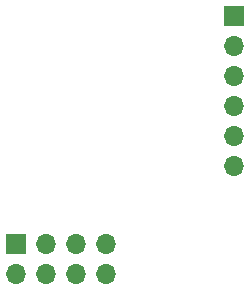
<source format=gbr>
%TF.GenerationSoftware,KiCad,Pcbnew,(6.0.7)*%
%TF.CreationDate,2022-09-08T10:14:31+02:00*%
%TF.ProjectId,esp8266_KiCAD,65737038-3236-4365-9f4b-694341442e6b,rev?*%
%TF.SameCoordinates,Original*%
%TF.FileFunction,Soldermask,Bot*%
%TF.FilePolarity,Negative*%
%FSLAX46Y46*%
G04 Gerber Fmt 4.6, Leading zero omitted, Abs format (unit mm)*
G04 Created by KiCad (PCBNEW (6.0.7)) date 2022-09-08 10:14:31*
%MOMM*%
%LPD*%
G01*
G04 APERTURE LIST*
%ADD10R,1.700000X1.700000*%
%ADD11O,1.700000X1.700000*%
G04 APERTURE END LIST*
D10*
%TO.C,U2*%
X73775000Y-50840000D03*
D11*
X76315000Y-50840000D03*
X78855000Y-50840000D03*
X81395000Y-50840000D03*
X73775000Y-53380000D03*
X76315000Y-53380000D03*
X78855000Y-53380000D03*
X81395000Y-53380000D03*
%TD*%
D10*
%TO.C,J1*%
X92225000Y-31575000D03*
D11*
X92225000Y-34115000D03*
X92225000Y-36655000D03*
X92225000Y-39195000D03*
X92225000Y-41735000D03*
X92225000Y-44275000D03*
%TD*%
M02*

</source>
